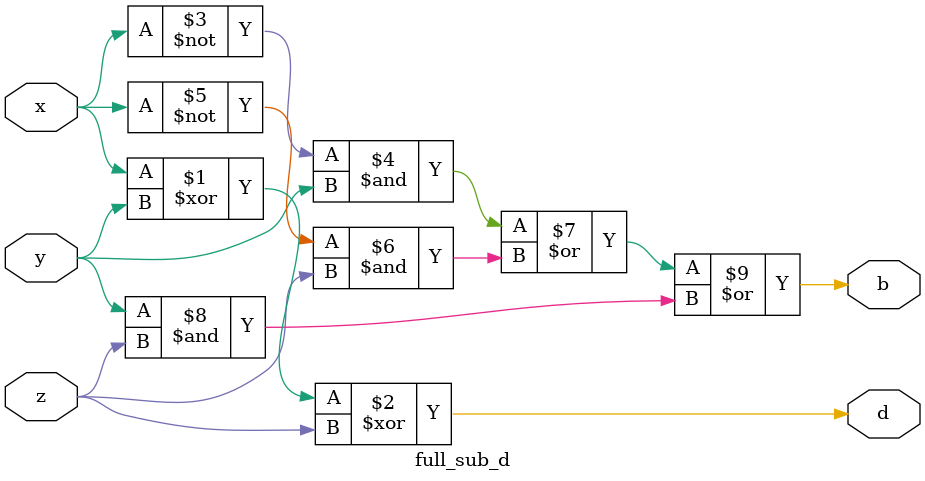
<source format=v>
module full_sub_d(x,y,z,d,b);
input x,y,z;
output d,b;
assign d=x^y^z;
assign b=(~x&y)|(~x&z)|(y&z);
endmodule

</source>
